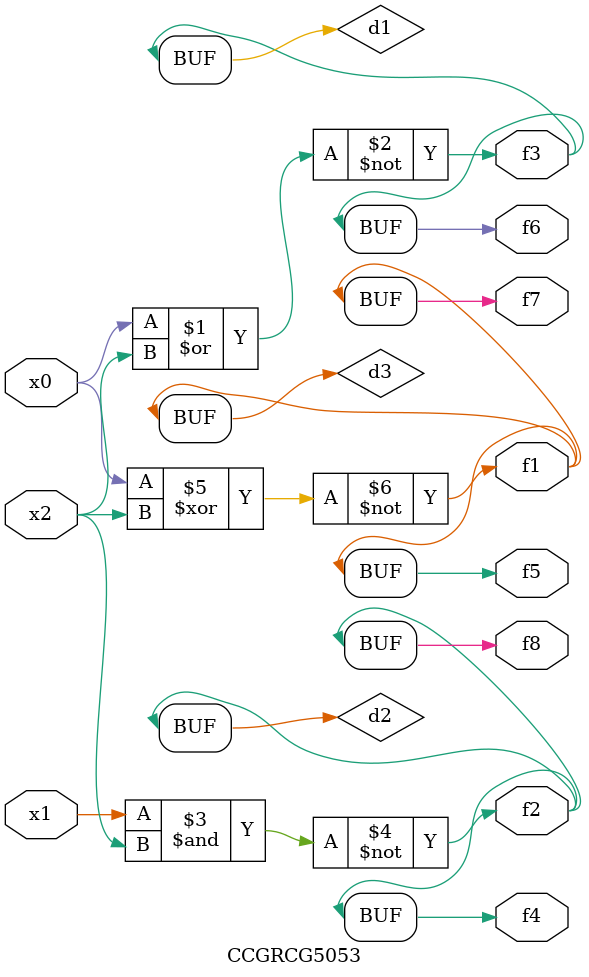
<source format=v>
module CCGRCG5053(
	input x0, x1, x2,
	output f1, f2, f3, f4, f5, f6, f7, f8
);

	wire d1, d2, d3;

	nor (d1, x0, x2);
	nand (d2, x1, x2);
	xnor (d3, x0, x2);
	assign f1 = d3;
	assign f2 = d2;
	assign f3 = d1;
	assign f4 = d2;
	assign f5 = d3;
	assign f6 = d1;
	assign f7 = d3;
	assign f8 = d2;
endmodule

</source>
